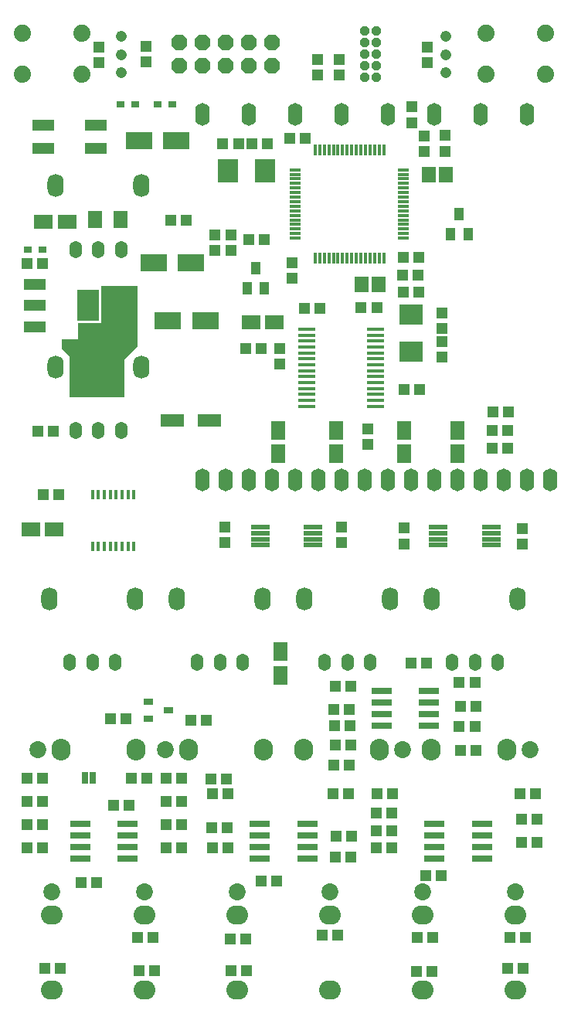
<source format=gts>
G04 DipTrace 4.0.0.0*
G04 ringsoon.GTS*
%MOIN*%
G04 #@! TF.FileFunction,Soldermask,Top*
G04 #@! TF.Part,Single*
%AMOUTLINE0*
4,1,4,
-0.05118,-0.02756,
0.051182,-0.027558,
0.05118,0.02756,
-0.051182,0.027558,
-0.05118,-0.02756,
0*%
%AMOUTLINE1*
4,1,4,
0.03937,0.029528,
-0.03937,0.029528,
-0.03937,-0.029528,
0.03937,-0.029528,
0.03937,0.029528,
0*%
%AMOUTLINE2*
4,1,4,
-0.029528,0.03937,
-0.029528,-0.03937,
0.029528,-0.03937,
0.029528,0.03937,
-0.029528,0.03937,
0*%
%AMOUTLINE3*
4,1,4,
0.029528,-0.03937,
0.029528,0.03937,
-0.029528,0.03937,
-0.029528,-0.03937,
0.029528,-0.03937,
0*%
%AMOUTLINE4*
4,1,4,
0.019685,0.027559,
-0.019685,0.027559,
-0.019685,-0.027559,
0.019685,-0.027559,
0.019685,0.027559,
0*%
%AMOUTLINE5*
4,1,4,
0.023622,-0.005906,
0.023622,0.005906,
-0.023622,0.005906,
-0.023622,-0.005906,
0.023622,-0.005906,
0*%
%AMOUTLINE6*
4,1,4,
0.005906,0.023622,
-0.005906,0.023622,
-0.005906,-0.023622,
0.005906,-0.023622,
0.005906,0.023622,
0*%
%AMOUTLINE7*
4,1,4,
-0.023622,0.005906,
-0.023622,-0.005906,
0.023622,-0.005906,
0.023622,0.005906,
-0.023622,0.005906,
0*%
%AMOUTLINE8*
4,1,4,
-0.005906,-0.023622,
0.005906,-0.023622,
0.005906,0.023622,
-0.005906,0.023622,
-0.005906,-0.023622,
0*%
%AMOUTLINE9*
4,1,4,
0.019685,-0.01378,
0.019685,0.01378,
-0.019685,0.01378,
-0.019685,-0.01378,
0.019685,-0.01378,
0*%
%AMOUTLINE10*
4,1,4,
0.006889,0.019685,
-0.00689,0.019685,
-0.006889,-0.019685,
0.00689,-0.019685,
0.006889,0.019685,
0*%
%AMOUTLINE11*
4,1,4,
-0.006889,-0.019685,
0.00689,-0.019685,
0.006889,0.019685,
-0.00689,0.019685,
-0.006889,-0.019685,
0*%
%AMOUTLINE12*
4,1,4,
-0.043307,0.011811,
-0.043307,-0.011811,
0.043307,-0.011811,
0.043307,0.011811,
-0.043307,0.011811,
0*%
%AMOUTLINE13*
4,1,4,
0.0375,0.0075,
-0.0375,0.0075,
-0.0375,-0.0075,
0.0375,-0.0075,
0.0375,0.0075,
0*%
%AMOUTLINE14*
4,1,8,
-0.008419,-0.020325,
-0.020325,-0.008419,
-0.020325,0.008419,
-0.008419,0.020325,
0.008419,0.020325,
0.020325,0.008419,
0.020325,-0.008419,
0.008419,-0.020325,
-0.008419,-0.020325,
0*%
%AMOUTLINE15*
4,1,8,
-0.034184,0.014159,
-0.014159,0.034184,
0.014159,0.034184,
0.034184,0.014159,
0.034184,-0.014159,
0.014159,-0.034184,
-0.014159,-0.034184,
-0.034184,-0.014159,
-0.034184,0.014159,
0*%
%AMOUTLINE16*
4,1,4,
0.016732,0.01378,
-0.016732,0.01378,
-0.016732,-0.01378,
0.016732,-0.01378,
0.016732,0.01378,
0*%
%AMOUTLINE17*
4,1,4,
-0.031496,-0.035492,
0.031496,-0.035492,
0.031496,0.035492,
-0.031496,0.035492,
-0.031496,-0.035492,
0*%
%AMOUTLINE18*
4,1,4,
-0.0125,-0.025,
0.0125,-0.025,
0.0125,0.025,
-0.0125,0.025,
-0.0125,-0.025,
0*%
%ADD48C,0.047559*%
%ADD51O,0.054X0.074*%
%ADD52O,0.07X0.1*%
%ADD54C,0.074*%
%ADD65R,0.078866X0.023748*%
%ADD69O,0.063X0.098*%
%ADD75R,0.102488X0.08674*%
%ADD77R,0.08674X0.102488*%
%ADD81O,0.093X0.083*%
%ADD83C,0.073*%
%ADD85O,0.083X0.093*%
%ADD87R,0.092646X0.135953*%
%ADD89R,0.092646X0.045402*%
%ADD91R,0.094614X0.04737*%
%ADD93R,0.059181X0.067055*%
%ADD95R,0.04737X0.051307*%
%ADD97R,0.051307X0.04737*%
%ADD99R,0.118236X0.072961*%
%ADD103OUTLINE0*%
%ADD104OUTLINE1*%
%ADD105OUTLINE2*%
%ADD106OUTLINE3*%
%ADD107OUTLINE4*%
%ADD108OUTLINE5*%
%ADD109OUTLINE6*%
%ADD110OUTLINE7*%
%ADD111OUTLINE8*%
%ADD112OUTLINE9*%
%ADD113OUTLINE10*%
%ADD114OUTLINE11*%
%ADD115OUTLINE12*%
%ADD116OUTLINE13*%
%ADD117OUTLINE14*%
%ADD118OUTLINE15*%
%ADD119OUTLINE16*%
%ADD120OUTLINE17*%
%ADD121OUTLINE18*%
%FSLAX26Y26*%
G04*
G70*
G90*
G75*
G01*
G04 TopMask*
%LPD*%
D103*
X1100975Y2963473D3*
X1262392Y2963477D3*
D99*
X1021161Y3644184D3*
X1182579D3*
X956684Y4169184D3*
X1118101D3*
D97*
X1386438Y4156276D3*
X1319509D3*
X1444509D3*
X1511438D3*
X475434Y3637933D3*
X542363D3*
D95*
X1355817Y3763554D3*
X1355820Y3696625D3*
D99*
X1081684Y3394184D3*
X1243101D3*
D95*
X1286182Y3764027D3*
Y3697098D3*
D97*
X1674646Y4178983D3*
X1607716D3*
D95*
X1618161Y3643402D3*
Y3576472D3*
D104*
X592269Y2492752D3*
X489907D3*
D97*
X612244Y2643611D3*
X545315D3*
X2673613Y1244184D3*
X2606684D3*
X1180765Y1669761D3*
X1247694D3*
D93*
X1992097Y3549199D3*
X1917294Y3549197D3*
D95*
X2187386Y4122314D3*
Y4189243D3*
X2278575Y4124377D3*
Y4191306D3*
D97*
X2193332Y999533D3*
X2260261D3*
X2097604Y3666399D3*
X2164533D3*
D104*
X1542387Y3385245D3*
X1440025D3*
D93*
X2206979Y4024125D3*
X2281782D3*
D95*
X2265148Y3360719D3*
Y3427648D3*
Y3302648D3*
Y3235719D3*
D97*
X1671749Y3444919D3*
X1738678D3*
X2406571Y1644212D3*
X2339642Y1644210D3*
X1916277Y3448596D3*
X1983206D3*
X1981684Y1194184D3*
X2048613D3*
X1873613Y1169184D3*
X1806684D3*
X1484903Y3271858D3*
X1417974Y3271856D3*
D95*
X1564704Y3205332D3*
X1564703Y3272261D3*
D105*
X1556684Y2920365D3*
Y2818003D3*
X1806684Y2920365D3*
Y2818003D3*
X2100434Y2920365D3*
Y2818003D3*
D95*
X1944184Y2927648D3*
Y2860719D3*
D97*
X1273737Y1119184D3*
X1340667D3*
X1867529Y1645486D3*
X1800600D3*
X1803184Y1562066D3*
X1870113D3*
X706684Y969184D3*
X773613D3*
D105*
X2331684Y2920365D3*
Y2818003D3*
D104*
X647195Y3818163D3*
X544833D3*
D97*
X473219Y1119184D3*
X540148D3*
X1073219D3*
X1140148D3*
X1094278Y3825144D3*
X1161207D3*
X846949Y1302361D3*
X913878D3*
D106*
X1567325Y1863522D3*
Y1965884D3*
D97*
X586982Y2916123D3*
X520052D3*
X2131640Y1915934D3*
X2198569D3*
X2481684Y2919184D3*
X2548613D3*
X1484106Y977745D3*
X1551035D3*
D107*
X2301573Y3766701D3*
X2376377D3*
X2338975Y3853315D3*
D91*
X545849Y4236169D3*
X545852Y4136169D3*
X770655Y4136175D3*
X770652Y4236175D3*
D89*
X508062Y3548908D3*
Y3458357D3*
Y3367806D3*
D87*
X736408Y3458357D3*
D108*
X1631684Y4044184D3*
Y4024499D3*
Y4004814D3*
Y3985129D3*
Y3965444D3*
Y3945758D3*
Y3926073D3*
Y3906388D3*
Y3886703D3*
Y3867018D3*
Y3847333D3*
Y3827648D3*
Y3807963D3*
Y3788278D3*
Y3768593D3*
Y3748908D3*
D109*
X1717762Y3663829D3*
X1737447D3*
X1757132D3*
X1776818D3*
X1796503D3*
X1816188D3*
X1835873D3*
X1855558D3*
X1875243D3*
X1894928D3*
X1914613D3*
X1934298D3*
X1953983D3*
X1973668D3*
X1993353D3*
X2013038D3*
D110*
X2097117Y3748908D3*
Y3768593D3*
Y3788278D3*
Y3807963D3*
Y3827648D3*
Y3847333D3*
Y3867018D3*
Y3886703D3*
Y3906388D3*
Y3926073D3*
Y3945758D3*
Y3965444D3*
Y3985129D3*
Y4004814D3*
Y4024499D3*
Y4044184D3*
D111*
X2013038Y4130262D3*
X1993353D3*
X1973668D3*
X1953983D3*
X1934298D3*
X1914613D3*
X1894928D3*
X1875243D3*
X1855558D3*
X1835873D3*
X1816188D3*
X1796503D3*
X1776818D3*
X1757132D3*
X1737447D3*
X1717762D3*
D112*
X998041Y1750202D3*
Y1675399D3*
X1084655Y1712800D3*
D113*
X756684Y2419184D3*
X782275D3*
X807865Y2419185D3*
X833456Y2419186D3*
X859047Y2419187D3*
X884637D3*
X910228Y2419188D3*
X935818Y2419189D3*
D114*
X935812Y2641630D3*
X910221Y2641629D3*
X884631Y2641628D3*
X859040D3*
X833449Y2641627D3*
X807859Y2641626D3*
X782268Y2641625D3*
X756678D3*
D115*
X1684046Y1071546D3*
Y1121546D3*
Y1171546D3*
Y1221546D3*
X1479321D3*
Y1171546D3*
Y1121546D3*
Y1071546D3*
D116*
X1681684Y3356680D3*
Y3331089D3*
Y3305499D3*
Y3279908D3*
Y3254318D3*
Y3228727D3*
Y3203136D3*
Y3177546D3*
Y3151955D3*
Y3126365D3*
Y3100774D3*
Y3075184D3*
Y3049593D3*
Y3024003D3*
X1977132D3*
Y3049593D3*
Y3075184D3*
Y3100774D3*
Y3126365D3*
Y3151955D3*
Y3177546D3*
Y3203136D3*
Y3228727D3*
Y3254318D3*
Y3279908D3*
Y3305499D3*
Y3331089D3*
Y3356680D3*
D115*
X2209046Y1646546D3*
Y1696546D3*
Y1746546D3*
Y1796546D3*
X2004321D3*
Y1746546D3*
Y1696546D3*
Y1646546D3*
X909047Y1071548D3*
X909046Y1121548D3*
X909045Y1171548D3*
X909044Y1221548D3*
X704320Y1221544D3*
X704321Y1171544D3*
X704322Y1121544D3*
X704323Y1071544D3*
X2436556Y1071546D3*
Y1121546D3*
Y1171546D3*
Y1221546D3*
X2231832D3*
Y1171546D3*
Y1121546D3*
Y1071546D3*
D85*
X2543684Y1544187D3*
X2218684Y1544178D3*
D83*
X2643684Y1544189D3*
D81*
X1381684Y831184D3*
Y506184D3*
D83*
Y931184D3*
D85*
X1993684Y1544184D3*
X1668684D3*
D83*
X2093684D3*
D85*
X1169684Y1544182D3*
X1494684Y1544188D3*
D83*
X1069684Y1544180D3*
D85*
X619684Y1544182D3*
X944684Y1544188D3*
D83*
X519684Y1544180D3*
D81*
X2181684Y831184D3*
Y506184D3*
D83*
Y931184D3*
D81*
X2581684Y831184D3*
Y506184D3*
D83*
Y931184D3*
D81*
X1781684Y831184D3*
Y506184D3*
D83*
Y931184D3*
D81*
X581684Y831184D3*
Y506184D3*
D83*
Y931184D3*
D81*
X981684Y831184D3*
Y506184D3*
D83*
Y931184D3*
D117*
X1931684Y4644184D3*
X1981682D3*
X1931684Y4594184D3*
X1981682D3*
X1931684Y4544184D3*
X1981682D3*
X1931684Y4494184D3*
X1981682D3*
X1931684Y4444184D3*
X1981682D3*
D118*
X1531684Y4594184D3*
Y4494184D3*
X1431684Y4594184D3*
Y4494184D3*
X1331684Y4594184D3*
Y4494184D3*
X1231684Y4594184D3*
Y4494184D3*
X1131684Y4594184D3*
Y4494184D3*
D119*
X1037455Y4326062D3*
X1100447D3*
X876962Y4326564D3*
X939954D3*
X478769Y3701139D3*
X541761D3*
D48*
X2281683Y4619184D3*
Y4540444D3*
Y4461703D3*
X881683Y4619184D3*
Y4540444D3*
Y4461703D3*
D77*
X1342659Y4039740D3*
X1502934D3*
D107*
X1423726Y3533971D3*
X1461127Y3620585D3*
X1498529Y3533971D3*
D75*
X2131684Y3419184D3*
Y3258908D3*
D95*
X2134371Y4247677D3*
Y4314606D3*
D120*
X878701Y3828510D3*
X766732D3*
D95*
X2200434Y4506684D3*
Y4573613D3*
X784833Y4573608D3*
Y4506678D3*
X988522Y4508365D3*
Y4575294D3*
X1820127Y4453737D3*
X1820125Y4520667D3*
X1728790Y4518909D3*
Y4451980D3*
D97*
X1497486Y3743073D3*
X1430556D3*
D51*
X683258Y3699894D3*
X781684D3*
X880109D3*
D52*
X596644Y3975484D3*
X966723D3*
D69*
X1831684Y2706782D3*
X1931684D3*
X1831684Y4281585D3*
X1731684Y2706782D3*
X1631684Y4281585D3*
Y2706782D3*
D97*
X2154865Y587560D3*
X2221794D3*
X835255Y1677165D3*
X902184D3*
X2606684Y1144184D3*
X2673613D3*
X2613800Y598919D3*
X2546871D3*
X2668340Y1352098D3*
X2601411D3*
X2098169Y3516342D3*
X2165098D3*
X2095867Y3590950D3*
X2162797D3*
X2343165Y1729423D3*
X2410094Y1729425D3*
X2412255Y1539665D3*
X2345325Y1539663D3*
X2406440Y1833711D3*
X2339510D3*
X1981684Y1269184D3*
X2048613D3*
X1420953Y588635D3*
X1354024Y588633D3*
X1985556Y1353745D3*
X2052486D3*
X1860748Y1353436D3*
X1793819D3*
X2048613Y1119184D3*
X1981684D3*
X1805400Y1078808D3*
X1872329D3*
X2100538Y3095602D3*
X2167467D3*
D69*
X2631684Y2706782D3*
X2731684D3*
X2631684Y4281585D3*
X2531684Y2706782D3*
X2431684Y4281585D3*
Y2706782D3*
X2231684D3*
X2331684D3*
X2231684Y4281585D3*
X2131684Y2706782D3*
X2031684Y4281585D3*
Y2706782D3*
X1431684D3*
X1531684D3*
X1431684Y4281585D3*
X1331684Y2706782D3*
X1231684Y4281585D3*
Y2706782D3*
D97*
X1339655Y1207634D3*
X1272726D3*
X1865148Y1717111D3*
X1798219D3*
X540148Y1319184D3*
X473219D3*
X1268400Y1417627D3*
X1335329D3*
X1865148Y1477648D3*
X1798219D3*
X1273916Y1352199D3*
X1340845D3*
X1804403Y1817665D3*
X1871332D3*
X1073219Y1419184D3*
X1140148D3*
X949665Y732664D3*
X1016594D3*
X540148Y1419184D3*
X473219D3*
X540148Y1219184D3*
X473219D3*
X1140148D3*
X1073219D3*
Y1319184D3*
X1140148D3*
X990148Y1419184D3*
X923219D3*
D51*
X2308258Y1918593D3*
X2406684D3*
X2505109D3*
D52*
X2221644Y2194184D3*
X2591723D3*
D51*
X683258Y2918593D3*
X781684D3*
X880109D3*
D52*
X596644Y3194184D3*
X966723D3*
D51*
X1758258Y1918593D3*
X1856684D3*
X1955109D3*
D52*
X1671644Y2194184D3*
X2041723D3*
D51*
X1208258Y1918593D3*
X1306684D3*
X1405109D3*
D52*
X1121644Y2194184D3*
X1491723D3*
D51*
X658258Y1918593D3*
X756684D3*
X855109D3*
D52*
X571644Y2194184D3*
X941723D3*
D97*
X1350336Y724783D3*
X1417265D3*
X2551105Y3000417D3*
X2484176D3*
X2223281Y733220D3*
X2156352D3*
X1813755Y742087D3*
X1746825D3*
X2481684Y2844184D3*
X2548613D3*
X616674Y598287D3*
X549745Y598285D3*
X958978Y588766D3*
X1025907D3*
X2624803Y733925D3*
X2557874D3*
D95*
X1831684Y2502648D3*
Y2435719D3*
X1329625Y2504201D3*
Y2437272D3*
X2612934Y2496398D3*
Y2429468D3*
X2100434Y2497912D3*
Y2430983D3*
D121*
X756491Y1419377D3*
X723026D3*
D54*
X2709684Y4633184D3*
X2453684D3*
X2709684Y4455184D3*
X2453684D3*
X453686Y4455181D3*
X709686Y4455186D3*
X453682Y4633181D3*
X709682Y4633186D3*
D65*
X1480010Y2501319D3*
Y2475728D3*
Y2450138D3*
Y2424547D3*
X1708357D3*
Y2450138D3*
Y2475728D3*
Y2501319D3*
X2248761D3*
Y2475728D3*
Y2450138D3*
Y2424547D3*
X2477108D3*
Y2450138D3*
Y2475728D3*
Y2501319D3*
G36*
X625434Y3312933D2*
X694184D1*
Y3381684D1*
X794184D1*
Y3544184D1*
X950434D1*
Y3281684D1*
X894184Y3225433D1*
Y3062933D1*
X656684D1*
Y3237933D1*
X625434Y3269184D1*
D1*
Y3312933D1*
G37*
M02*

</source>
